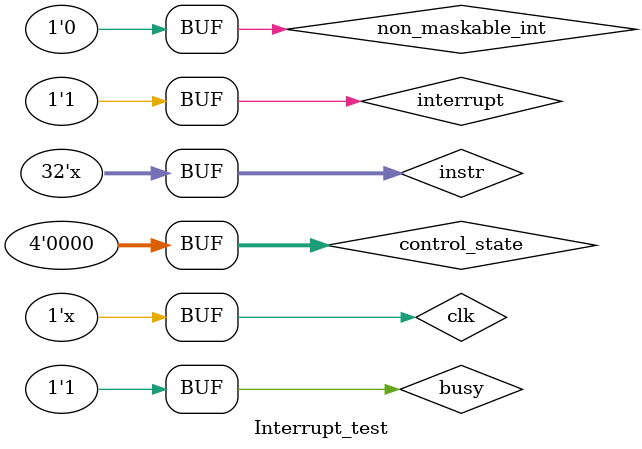
<source format=v>
`timescale 1ns / 1ps


module Interrupt_test;

	// Inputs
	reg [3:0] control_state;
	reg clk;
	reg interrupt;
	reg busy;
	reg non_maskable_int;
	reg [31:0] instr;

	// Outputs
	wire respond;
	wire NMI;
	wire [1:0] state;

	// Instantiate the Unit Under Test (UUT)
	Interrupt_state uut (
		.control_state(control_state), 
		.clk(clk), 
		.interrupt(interrupt), 
		.busy(busy), 
		.non_maskable_int(non_maskable_int), 
		.instr(instr), 
		.respond(respond), 
		.NMI(NMI), 
		.state(state)
	);

	initial begin
		control_state = 0;
		clk = 0;
		interrupt = 1;
		busy = 1;
		non_maskable_int = 1;
		instr = 97;

		// Wait 100 ns for global reset to finish
		#100;
      non_maskable_int=0;
		// Add stimulus here

	end
      always begin #20 clk=~clk; instr=instr+1;end
endmodule


</source>
